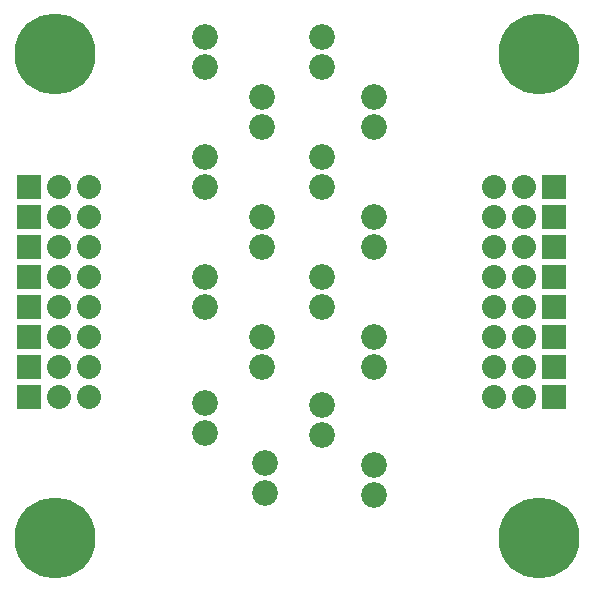
<source format=gbs>
G04 (created by PCBNEW (2013-04-19 BZR 4011)-stable) date 01/07/2014 10:59:58*
%MOIN*%
G04 Gerber Fmt 3.4, Leading zero omitted, Abs format*
%FSLAX34Y34*%
G01*
G70*
G90*
G04 APERTURE LIST*
%ADD10C,0*%
%ADD11C,0.086*%
%ADD12C,0.27*%
%ADD13R,0.08X0.08*%
%ADD14C,0.08*%
G04 APERTURE END LIST*
G54D10*
G54D11*
X67600Y-45700D03*
X67600Y-44700D03*
X71500Y-41500D03*
X71500Y-40500D03*
X73250Y-43500D03*
X73250Y-42500D03*
X71500Y-45750D03*
X71500Y-44750D03*
X73250Y-47750D03*
X73250Y-46750D03*
X69600Y-47700D03*
X69600Y-46700D03*
X69500Y-43500D03*
X69500Y-42500D03*
X67600Y-41500D03*
X67600Y-40500D03*
X69500Y-39500D03*
X69500Y-38500D03*
X67600Y-37500D03*
X67600Y-36500D03*
X69500Y-35500D03*
X69500Y-34500D03*
X67600Y-33500D03*
X67600Y-32500D03*
X71500Y-33500D03*
X71500Y-32500D03*
X73250Y-39500D03*
X73250Y-38500D03*
X71500Y-37500D03*
X71500Y-36500D03*
X73250Y-35500D03*
X73250Y-34500D03*
G54D12*
X78740Y-49212D03*
X62598Y-49212D03*
X78740Y-33070D03*
X62598Y-33070D03*
G54D13*
X61750Y-38500D03*
G54D14*
X62750Y-38500D03*
X63750Y-38500D03*
G54D13*
X79250Y-37500D03*
G54D14*
X78250Y-37500D03*
X77250Y-37500D03*
G54D13*
X79250Y-39500D03*
G54D14*
X78250Y-39500D03*
X77250Y-39500D03*
G54D13*
X79250Y-41500D03*
G54D14*
X78250Y-41500D03*
X77250Y-41500D03*
G54D13*
X79250Y-43500D03*
G54D14*
X78250Y-43500D03*
X77250Y-43500D03*
G54D13*
X61750Y-44500D03*
G54D14*
X62750Y-44500D03*
X63750Y-44500D03*
G54D13*
X61750Y-42500D03*
G54D14*
X62750Y-42500D03*
X63750Y-42500D03*
G54D13*
X61750Y-40500D03*
G54D14*
X62750Y-40500D03*
X63750Y-40500D03*
G54D13*
X61750Y-37500D03*
G54D14*
X62750Y-37500D03*
X63750Y-37500D03*
G54D13*
X79250Y-38500D03*
G54D14*
X78250Y-38500D03*
X77250Y-38500D03*
G54D13*
X79250Y-40500D03*
G54D14*
X78250Y-40500D03*
X77250Y-40500D03*
G54D13*
X79250Y-42500D03*
G54D14*
X78250Y-42500D03*
X77250Y-42500D03*
G54D13*
X79250Y-44500D03*
G54D14*
X78250Y-44500D03*
X77250Y-44500D03*
G54D13*
X61750Y-43500D03*
G54D14*
X62750Y-43500D03*
X63750Y-43500D03*
G54D13*
X61750Y-41500D03*
G54D14*
X62750Y-41500D03*
X63750Y-41500D03*
G54D13*
X61750Y-39500D03*
G54D14*
X62750Y-39500D03*
X63750Y-39500D03*
M02*

</source>
